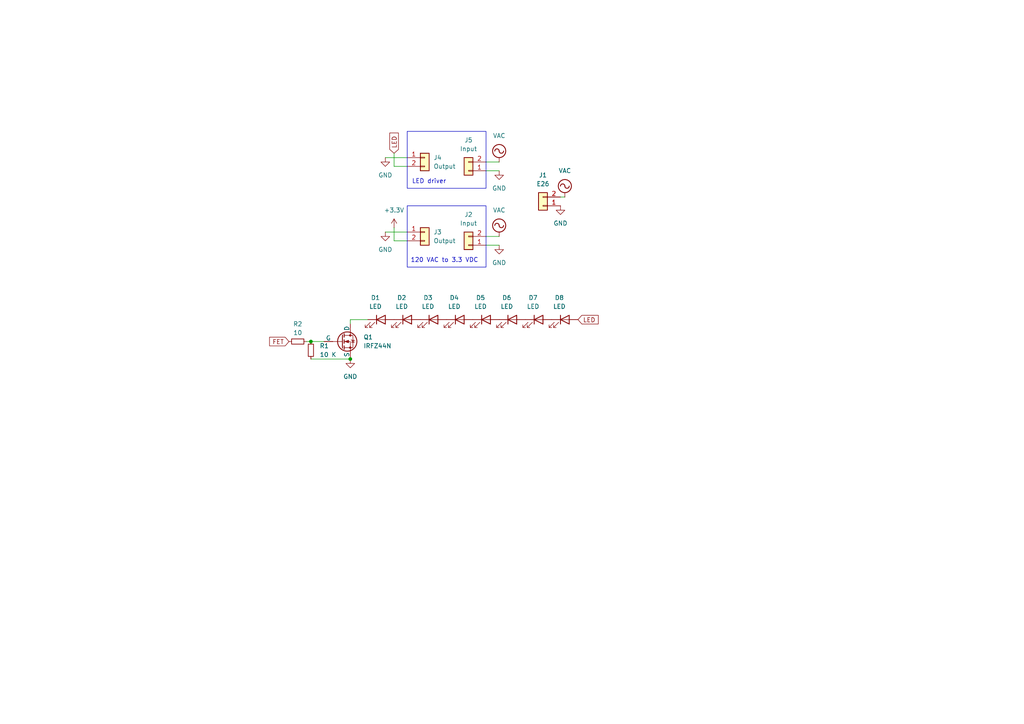
<source format=kicad_sch>
(kicad_sch (version 20231120) (generator "eeschema") (generator_version "8.0")
  (paper "A4")
  (lib_symbols
    (symbol "Connector_Generic:Conn_01x02" (pin_names (offset 1.016) hide)
      (property "Reference" "J" (at 0 2.54 0))
      (property "Value" "Conn_01x02" (at 0 -5.08 0))
      (symbol "Conn_01x02_1_1"
        (rectangle (start -1.27 -2.413) (end 0 -2.667) (stroke (width 0.1524)))
        (rectangle (start -1.27 0.127) (end 0 -0.127) (stroke (width 0.1524)))
        (rectangle (start -1.27 1.27) (end 1.27 -3.81) (stroke (width 0.254)) (fill (type background)))
        (pin passive line (at -5.08 0 0) (length 3.81) (name "Pin_1") (number "1"))
        (pin passive line (at -5.08 -2.54 0) (length 3.81) (name "Pin_2") (number "2"))
      )
    )
    (symbol "Device:LED" (pin_numbers hide) (pin_names (offset 1.016) hide)
      (property "Reference" "D" (at 0 2.54 0))
      (property "Value" "LED" (at 0 -2.54 0))
      (symbol "LED_0_1"
        (polyline (pts (xy -1.27 -1.27) (xy -1.27 1.27)) (stroke (width 0.254)))
        (polyline (pts (xy -1.27 0) (xy 1.27 0)))
        (polyline (pts (xy 1.27 -1.27) (xy 1.27 1.27) (xy -1.27 0) (xy 1.27 -1.27)) (stroke (width 0.254)))
        (polyline (pts (xy -3.048 -0.762) (xy -4.572 -2.286) (xy -3.81 -2.286) (xy -4.572 -2.286) (xy -4.572 -1.524)))
        (polyline (pts (xy -1.778 -0.762) (xy -3.302 -2.286) (xy -2.54 -2.286) (xy -3.302 -2.286) (xy -3.302 -1.524)))
      )
      (symbol "LED_1_1"
        (pin passive line (at -3.81 0 0) (length 2.54) (name "K") (number "1"))
        (pin passive line (at 3.81 0 180) (length 2.54) (name "A") (number "2"))
      )
    )
    (symbol "Device:R_Small" (pin_numbers hide) (pin_names (offset 0.254) hide)
      (property "Reference" "R" (at 0.762 0.508 0))
      (property "Value" "R_Small" (at 0.762 -1.016 0))
      (symbol "R_Small_0_1"
        (rectangle (start -0.762 1.778) (end 0.762 -1.778) (stroke (width 0.2032)))
      )
      (symbol "R_Small_1_1"
        (pin passive line (at 0 2.54 270) (length 0.762) (name "~") (number "1"))
        (pin passive line (at 0 -2.54 90) (length 0.762) (name "~") (number "2"))
      )
    )
    (symbol "Simulation_SPICE:NMOS" (pin_numbers hide) (pin_names (offset 0))
      (property "Reference" "Q" (at 5.08 1.27 0))
      (property "Value" "NMOS" (at 5.08 -1.27 0))
      (symbol "NMOS_0_1"
        (polyline (pts (xy 0.254 0) (xy -2.54 0)))
        (polyline (pts (xy 0.254 1.905) (xy 0.254 -1.905)) (stroke (width 0.254)))
        (polyline (pts (xy 0.762 -1.27) (xy 0.762 -2.286)) (stroke (width 0.254)))
        (polyline (pts (xy 0.762 0.508) (xy 0.762 -0.508)) (stroke (width 0.254)))
        (polyline (pts (xy 0.762 2.286) (xy 0.762 1.27)) (stroke (width 0.254)))
        (polyline (pts (xy 2.54 2.54) (xy 2.54 1.778)))
        (polyline (pts (xy 2.54 -2.54) (xy 2.54 0) (xy 0.762 0)))
        (polyline (pts (xy 0.762 -1.778) (xy 3.302 -1.778) (xy 3.302 1.778) (xy 0.762 1.778)))
        (polyline (pts (xy 1.016 0) (xy 2.032 0.381) (xy 2.032 -0.381) (xy 1.016 0)) (fill (type outline)))
        (polyline (pts (xy 2.794 0.508) (xy 2.921 0.381) (xy 3.683 0.381) (xy 3.81 0.254)))
        (polyline (pts (xy 3.302 0.381) (xy 2.921 -0.254) (xy 3.683 -0.254) (xy 3.302 0.381)))
        (circle (center 1.651 0) (radius 2.794) (stroke (width 0.254)))
        (circle (center 2.54 -1.778) (radius 0.254) (fill (type outline)))
        (circle (center 2.54 1.778) (radius 0.254) (fill (type outline)))
      )
      (symbol "NMOS_1_1"
        (pin passive line (at 2.54 5.08 270) (length 2.54) (name "D") (number "1"))
        (pin input line (at -5.08 0 0) (length 2.54) (name "G") (number "2"))
        (pin passive line (at 2.54 -5.08 90) (length 2.54) (name "S") (number "3"))
      )
    )
    (symbol "power:+3.3V" (power) (pin_numbers hide) (pin_names (offset 0) hide)
      (property "Value" "+3.3V" (at 0 3.556 0))
      (symbol "+3.3V_0_1"
        (polyline (pts (xy -0.762 1.27) (xy 0 2.54)))
        (polyline (pts (xy 0 0) (xy 0 2.54)))
        (polyline (pts (xy 0 2.54) (xy 0.762 1.27)))
      )
      (symbol "+3.3V_1_1"
        (pin power_in line (at 0 0 90) (length 0) (name "~") (number "1"))
      )
    )
    (symbol "power:GND" (power) (pin_numbers hide) (pin_names (offset 0) hide)
      (property "Value" "GND" (at 0 -3.81 0))
      (symbol "GND_0_1"
        (polyline (pts (xy 0 0) (xy 0 -1.27) (xy 1.27 -1.27) (xy 0 -2.54) (xy -1.27 -1.27) (xy 0 -1.27)))
      )
      (symbol "GND_1_1"
        (pin power_in line (at 0 0 270) (length 0) (name "~") (number "1"))
      )
    )
    (symbol "power:VAC" (power) (pin_numbers hide) (pin_names (offset 0) hide)
      (property "Value" "VAC" (at 0 6.35 0))
      (symbol "VAC_0_1"
        (polyline (pts (xy 0 0) (xy 0 1.27)))
        (arc (start 0 3.175) (mid -0.635 3.8073) (end -1.27 3.175) (stroke (width 0.254)))
        (arc (start 0 3.175) (mid 0.635 2.5427) (end 1.27 3.175) (stroke (width 0.254)))
        (circle (center 0 3.175) (radius 1.905) (stroke (width 0.254)))
      )
      (symbol "VAC_1_1"
        (pin power_in line (at 0 0 90) (length 0) (name "~") (number "1"))
      )
    )
  )
  (junction (at 90.17 99.06))
  (junction (at 101.6 104.14))
  (wire (pts (xy 88.9 99.06) (xy 90.17 99.06)))
  (wire (pts (xy 101.6 92.71) (xy 101.6 93.98)))
  (wire (pts (xy 114.3 69.85) (xy 114.3 66.04)))
  (wire (pts (xy 118.11 48.26) (xy 114.3 48.26)))
  (wire (pts (xy 93.98 99.06) (xy 90.17 99.06)))
  (wire (pts (xy 111.76 67.31) (xy 118.11 67.31)))
  (wire (pts (xy 118.11 69.85) (xy 114.3 69.85)))
  (wire (pts (xy 106.68 92.71) (xy 101.6 92.71)))
  (wire (pts (xy 144.78 71.12) (xy 140.97 71.12)))
  (wire (pts (xy 101.6 104.14) (xy 90.17 104.14)))
  (wire (pts (xy 144.78 68.58) (xy 140.97 68.58)))
  (wire (pts (xy 111.76 45.72) (xy 118.11 45.72)))
  (wire (pts (xy 144.78 49.53) (xy 140.97 49.53)))
  (wire (pts (xy 163.83 57.15) (xy 162.56 57.15)))
  (wire (pts (xy 114.3 48.26) (xy 114.3 44.45)))
  (wire (pts (xy 144.78 46.99) (xy 140.97 46.99)))
  (rectangle (start 118.11 38.1) (end 140.97 54.61))
  (rectangle (start 118.11 59.69) (end 140.97 77.47))
  (text "120 VAC to 3.3 VDC" (at 128.905 75.565 0) (effects (font (size 1.27 1.27))))
  (text "LED driver\n" (at 124.46 52.705 0) (effects (font (size 1.27 1.27))))
  (global_label "LED" (shape input) (at 167.64 92.71 0) (property "Intersheetrefs" "${INTERSHEET_REFS}" (effects (hide yes))))
  (global_label "LED" (shape input) (at 114.3 44.45 90) (property "Intersheetrefs" "${INTERSHEET_REFS}" (effects (hide yes))))
  (global_label "FET" (shape input) (at 83.82 99.06 180) (property "Intersheetrefs" "${INTERSHEET_REFS}" (effects (hide yes))))
  (symbol (lib_id "Device:LED") (at 148.59 92.71 0) (unit 1)
    (property "Reference" "D6" (at 147.0025 86.36 0))
    (property "Value" "LED" (at 147.0025 88.9 0))
    (property "Description" "Light emitting diode" (effects (hide yes)))
  )
  (symbol (lib_id "power:VAC") (at 144.78 68.58 0) (unit 1)
    (property "Reference" "#PWR04" (effects (hide yes)))
    (property "Value" "VAC" (at 144.78 60.96 0))
    (property "Description" "Power symbol creates a global label with name \"VAC\"" (effects (hide yes)))
  )
  (symbol (lib_id "power:GND") (at 101.6 104.14 0) (unit 1)
    (property "Reference" "#PWR07" (effects (hide yes)))
    (property "Value" "GND" (at 101.6 109.22 0))
    (property "Description" "Power symbol creates a global label with name \"GND\" , ground" (effects (hide yes)))
  )
  (symbol (lib_id "Device:R_Small") (at 86.36 99.06 90) (unit 1)
    (property "Reference" "R2" (at 86.36 93.98 90))
    (property "Value" "10" (at 86.36 96.52 90))
    (property "Description" "Resistor, small symbol" (effects (hide yes)))
  )
  (symbol (lib_id "Device:LED") (at 133.35 92.71 0) (unit 1)
    (property "Reference" "D4" (at 131.7625 86.36 0))
    (property "Value" "LED" (at 131.7625 88.9 0))
    (property "Description" "Light emitting diode" (effects (hide yes)))
  )
  (symbol (lib_id "Connector_Generic:Conn_01x02") (at 135.89 71.12 180) (unit 1)
    (property "Reference" "J2" (at 135.89 62.23 0))
    (property "Value" "Input" (at 135.89 64.77 0))
    (property "Description" "Generic connector, single row, 01x02, script generated (kicad-library-utils/schlib/autogen/connector/)" (effects (hide yes)))
  )
  (symbol (lib_id "Device:LED") (at 140.97 92.71 0) (unit 1)
    (property "Reference" "D5" (at 139.3825 86.36 0))
    (property "Value" "LED" (at 139.3825 88.9 0))
    (property "Description" "Light emitting diode" (effects (hide yes)))
  )
  (symbol (lib_id "power:GND") (at 144.78 71.12 0) (unit 1)
    (property "Reference" "#PWR03" (effects (hide yes)))
    (property "Value" "GND" (at 144.78 76.2 0))
    (property "Description" "Power symbol creates a global label with name \"GND\" , ground" (effects (hide yes)))
  )
  (symbol (lib_id "power:VAC") (at 144.78 46.99 0) (unit 1)
    (property "Reference" "#PWR010" (effects (hide yes)))
    (property "Value" "VAC" (at 144.78 39.37 0))
    (property "Description" "Power symbol creates a global label with name \"VAC\"" (effects (hide yes)))
  )
  (symbol (lib_id "Device:LED") (at 163.83 92.71 0) (unit 1)
    (property "Reference" "D8" (at 162.2425 86.36 0))
    (property "Value" "LED" (at 162.2425 88.9 0))
    (property "Description" "Light emitting diode" (effects (hide yes)))
  )
  (symbol (lib_id "Connector_Generic:Conn_01x02") (at 123.19 45.72 0) (unit 1)
    (property "Reference" "J4" (at 125.73 45.7199 0) (effects (justify left)))
    (property "Value" "Output" (at 125.73 48.2599 0) (effects (justify left)))
    (property "Description" "Generic connector, single row, 01x02, script generated (kicad-library-utils/schlib/autogen/connector/)" (effects (hide yes)))
  )
  (symbol (lib_id "power:GND") (at 111.76 67.31 0) (unit 1)
    (property "Reference" "#PWR05" (effects (hide yes)))
    (property "Value" "GND" (at 111.76 72.39 0))
    (property "Description" "Power symbol creates a global label with name \"GND\" , ground" (effects (hide yes)))
  )
  (symbol (lib_id "Connector_Generic:Conn_01x02") (at 123.19 67.31 0) (unit 1)
    (property "Reference" "J3" (at 125.73 67.3099 0) (effects (justify left)))
    (property "Value" "Output" (at 125.73 69.8499 0) (effects (justify left)))
    (property "Description" "Generic connector, single row, 01x02, script generated (kicad-library-utils/schlib/autogen/connector/)" (effects (hide yes)))
  )
  (symbol (lib_id "power:VAC") (at 163.83 57.15 0) (unit 1)
    (property "Reference" "#PWR01" (effects (hide yes)))
    (property "Value" "VAC" (at 163.83 49.53 0))
    (property "Description" "Power symbol creates a global label with name \"VAC\"" (effects (hide yes)))
  )
  (symbol (lib_id "Connector_Generic:Conn_01x02") (at 135.89 49.53 180) (unit 1)
    (property "Reference" "J5" (at 135.89 40.64 0))
    (property "Value" "Input" (at 135.89 43.18 0))
    (property "Description" "Generic connector, single row, 01x02, script generated (kicad-library-utils/schlib/autogen/connector/)" (effects (hide yes)))
  )
  (symbol (lib_id "power:GND") (at 144.78 49.53 0) (unit 1)
    (property "Reference" "#PWR011" (effects (hide yes)))
    (property "Value" "GND" (at 144.78 54.61 0))
    (property "Description" "Power symbol creates a global label with name \"GND\" , ground" (effects (hide yes)))
  )
  (symbol (lib_id "Simulation_SPICE:NMOS") (at 99.06 99.06 0) (unit 1)
    (property "Reference" "Q1" (at 105.41 97.7899 0) (effects (justify left)))
    (property "Value" "IRFZ44N" (at 105.41 100.3299 0) (effects (justify left)))
    (property "Datasheet" "https://ngspice.sourceforge.io/docs/ngspice-html-manual/manual.xhtml#cha_MOSFETs" (effects (hide yes)))
    (property "Description" "N-MOSFET transistor, drain/source/gate" (effects (hide yes)))
    (property "Sim.Device" "NMOS" (effects (hide yes)))
    (property "Sim.Type" "VDMOS" (effects (hide yes)))
    (property "Sim.Pins" "1=D 2=G 3=S" (effects (hide yes)))
  )
  (symbol (lib_id "Device:LED") (at 156.21 92.71 0) (unit 1)
    (property "Reference" "D7" (at 154.6225 86.36 0))
    (property "Value" "LED" (at 154.6225 88.9 0))
    (property "Description" "Light emitting diode" (effects (hide yes)))
  )
  (symbol (lib_id "Device:LED") (at 110.49 92.71 0) (unit 1)
    (property "Reference" "D1" (at 108.9025 86.36 0))
    (property "Value" "LED" (at 108.9025 88.9 0))
    (property "Description" "Light emitting diode" (effects (hide yes)))
  )
  (symbol (lib_id "Device:LED") (at 125.73 92.71 0) (unit 1)
    (property "Reference" "D3" (at 124.1425 86.36 0))
    (property "Value" "LED" (at 124.1425 88.9 0))
    (property "Description" "Light emitting diode" (effects (hide yes)))
  )
  (symbol (lib_id "power:GND") (at 111.76 45.72 0) (unit 1)
    (property "Reference" "#PWR09" (effects (hide yes)))
    (property "Value" "GND" (at 111.76 50.8 0))
    (property "Description" "Power symbol creates a global label with name \"GND\" , ground" (effects (hide yes)))
  )
  (symbol (lib_id "Device:LED") (at 118.11 92.71 0) (unit 1)
    (property "Reference" "D2" (at 116.5225 86.36 0))
    (property "Value" "LED" (at 116.5225 88.9 0))
    (property "Description" "Light emitting diode" (effects (hide yes)))
  )
  (symbol (lib_id "power:GND") (at 162.56 59.69 0) (unit 1)
    (property "Reference" "#PWR02" (effects (hide yes)))
    (property "Value" "GND" (at 162.56 64.77 0))
    (property "Description" "Power symbol creates a global label with name \"GND\" , ground" (effects (hide yes)))
  )
  (symbol (lib_id "Device:R_Small") (at 90.17 101.6 0) (unit 1)
    (property "Reference" "R1" (at 92.71 100.3299 0) (effects (justify left)))
    (property "Value" "10 K" (at 92.71 102.8699 0) (effects (justify left)))
    (property "Description" "Resistor, small symbol" (effects (hide yes)))
  )
  (symbol (lib_id "Connector_Generic:Conn_01x02") (at 157.48 59.69 180) (unit 1)
    (property "Reference" "J1" (at 157.48 50.8 0))
    (property "Value" "E26" (at 157.48 53.34 0))
    (property "Description" "Generic connector, single row, 01x02, script generated (kicad-library-utils/schlib/autogen/connector/)" (effects (hide yes)))
  )
  (symbol (lib_id "power:+3.3V") (at 114.3 66.04 0) (unit 1)
    (property "Reference" "#PWR06" (effects (hide yes)))
    (property "Value" "+3.3V" (at 114.3 60.96 0))
    (property "Description" "Power symbol creates a global label with name \"+3.3V\"" (effects (hide yes)))
  )
)
</source>
